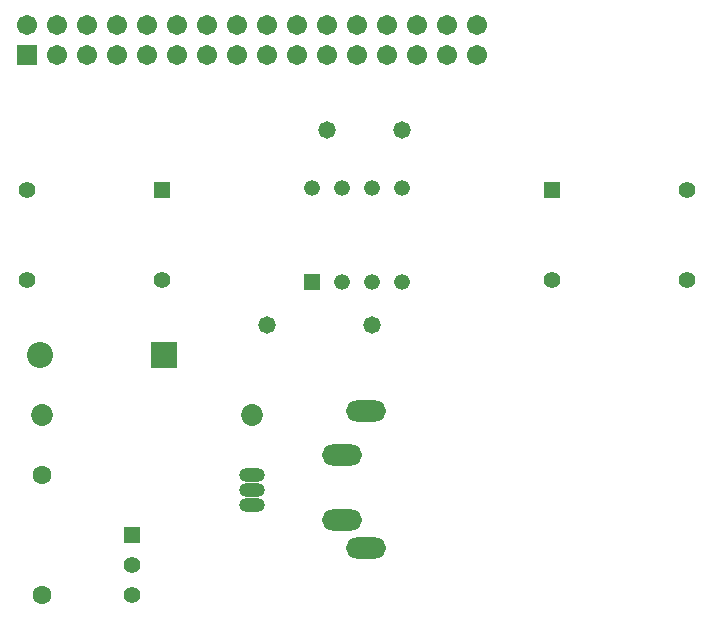
<source format=gts>
G04*
G04 #@! TF.GenerationSoftware,Altium Limited,Altium Designer,20.0.13 (296)*
G04*
G04 Layer_Color=8388736*
%FSLAX25Y25*%
%MOIN*%
G70*
G01*
G75*
%ADD19R,0.06706X0.06706*%
%ADD20C,0.06706*%
%ADD21R,0.08674X0.08674*%
%ADD22C,0.08674*%
%ADD23O,0.13398X0.07099*%
%ADD24O,0.08674X0.04737*%
%ADD25O,0.08674X0.04737*%
%ADD26C,0.05524*%
%ADD27R,0.05524X0.05524*%
%ADD28C,0.06312*%
%ADD29C,0.07296*%
%ADD30R,0.05249X0.05249*%
%ADD31C,0.05249*%
%ADD32C,0.05800*%
D19*
X80000Y225000D02*
D03*
D20*
Y235000D02*
D03*
X90000Y225000D02*
D03*
Y235000D02*
D03*
X100000Y225000D02*
D03*
Y235000D02*
D03*
X110000Y225000D02*
D03*
Y235000D02*
D03*
X120000Y225000D02*
D03*
Y235000D02*
D03*
X130000Y225000D02*
D03*
Y235000D02*
D03*
X140000Y225000D02*
D03*
Y235000D02*
D03*
X150000Y225000D02*
D03*
Y235000D02*
D03*
X160000Y225000D02*
D03*
Y235000D02*
D03*
X170000Y225000D02*
D03*
Y235000D02*
D03*
X180000Y225000D02*
D03*
Y235000D02*
D03*
X190000Y225000D02*
D03*
Y235000D02*
D03*
X200000Y225000D02*
D03*
Y235000D02*
D03*
X210000Y225000D02*
D03*
Y235000D02*
D03*
X220000Y225000D02*
D03*
Y235000D02*
D03*
X230000Y225000D02*
D03*
Y235000D02*
D03*
D21*
X125591Y125000D02*
D03*
D22*
X84409D02*
D03*
D23*
X192874Y106220D02*
D03*
X185000Y91654D02*
D03*
Y70000D02*
D03*
X192874Y60551D02*
D03*
D24*
X155000Y75000D02*
D03*
D25*
Y80000D02*
D03*
Y85000D02*
D03*
D26*
X115000Y45000D02*
D03*
Y55000D02*
D03*
X80000Y150000D02*
D03*
Y180000D02*
D03*
X125000Y150000D02*
D03*
X300000D02*
D03*
Y180000D02*
D03*
X255000Y150000D02*
D03*
D27*
X115000Y65000D02*
D03*
X125000Y180000D02*
D03*
X255000D02*
D03*
D28*
X85000Y85000D02*
D03*
Y45000D02*
D03*
D29*
Y105000D02*
D03*
X155000D02*
D03*
D30*
X175000Y149370D02*
D03*
D31*
X185000D02*
D03*
X195000D02*
D03*
X205000D02*
D03*
Y180630D02*
D03*
X195000D02*
D03*
X185000D02*
D03*
X175000D02*
D03*
D32*
X195000Y135000D02*
D03*
X160000D02*
D03*
X180000Y200000D02*
D03*
X205000D02*
D03*
M02*

</source>
